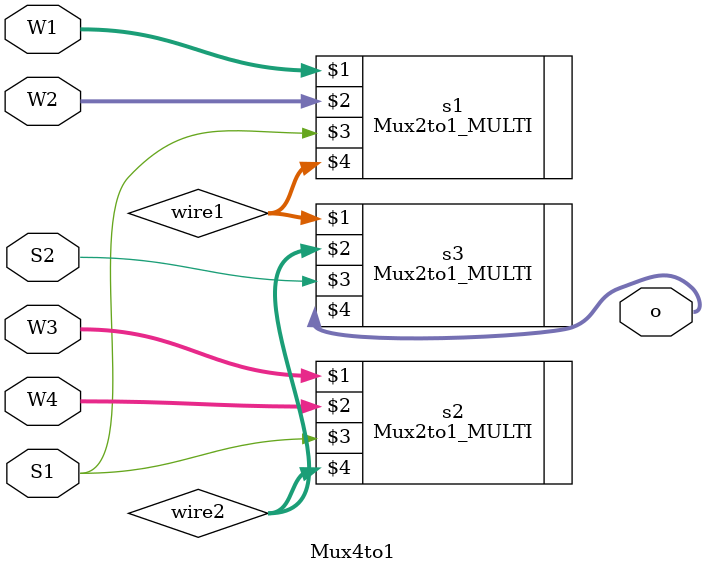
<source format=v>
module Mux4to1(W1,W2,W3,W4,S1,S2,o);
input [64:0] W1,W2,W3,W4;
input S1,S2;
wire [64:0] wire1,wire2;
output [64:0] o;


Mux2to1_MULTI s1(W1,W2,S1,wire1);
Mux2to1_MULTI s2(W3,W4,S1,wire2);
Mux2to1_MULTI s3(wire1,wire2,S2,o);

endmodule

</source>
